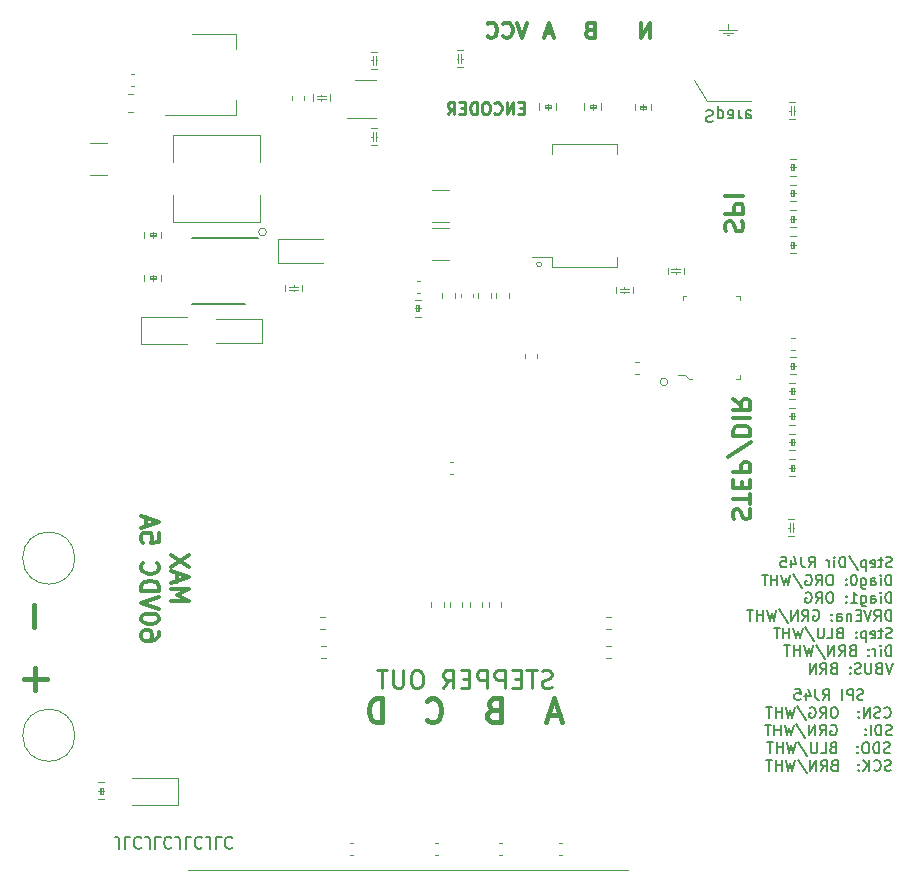
<source format=gbr>
G04 #@! TF.GenerationSoftware,KiCad,Pcbnew,(5.1.8)-1*
G04 #@! TF.CreationDate,2021-01-05T07:53:38+01:00*
G04 #@! TF.ProjectId,TMC51604Axis,544d4335-3136-4303-9441-7869732e6b69,rev?*
G04 #@! TF.SameCoordinates,Original*
G04 #@! TF.FileFunction,Legend,Bot*
G04 #@! TF.FilePolarity,Positive*
%FSLAX46Y46*%
G04 Gerber Fmt 4.6, Leading zero omitted, Abs format (unit mm)*
G04 Created by KiCad (PCBNEW (5.1.8)-1) date 2021-01-05 07:53:38*
%MOMM*%
%LPD*%
G01*
G04 APERTURE LIST*
%ADD10C,0.120000*%
%ADD11C,0.150000*%
%ADD12C,0.400000*%
%ADD13C,0.200000*%
%ADD14C,0.300000*%
%ADD15C,0.250000*%
%ADD16C,0.100000*%
G04 APERTURE END LIST*
D10*
X116403279Y-92913200D02*
G75*
G03*
X116403279Y-92913200I-325279J0D01*
G01*
X82418079Y-80213200D02*
G75*
G03*
X82418079Y-80213200I-325279J0D01*
G01*
X119684800Y-69088000D02*
X118618000Y-67360800D01*
X119735600Y-69088000D02*
X123444000Y-69088000D01*
X121412000Y-63550800D02*
X121615200Y-63550800D01*
X121513600Y-63144400D02*
X121513600Y-62585600D01*
X121107200Y-63347600D02*
X121920000Y-63347600D01*
X120751600Y-63144400D02*
X122224800Y-63144400D01*
D11*
X132962285Y-119792285D02*
X132833714Y-119835142D01*
X132619428Y-119835142D01*
X132533714Y-119792285D01*
X132490857Y-119749428D01*
X132448000Y-119663714D01*
X132448000Y-119578000D01*
X132490857Y-119492285D01*
X132533714Y-119449428D01*
X132619428Y-119406571D01*
X132790857Y-119363714D01*
X132876571Y-119320857D01*
X132919428Y-119278000D01*
X132962285Y-119192285D01*
X132962285Y-119106571D01*
X132919428Y-119020857D01*
X132876571Y-118978000D01*
X132790857Y-118935142D01*
X132576571Y-118935142D01*
X132448000Y-118978000D01*
X132062285Y-119835142D02*
X132062285Y-118935142D01*
X131719428Y-118935142D01*
X131633714Y-118978000D01*
X131590857Y-119020857D01*
X131548000Y-119106571D01*
X131548000Y-119235142D01*
X131590857Y-119320857D01*
X131633714Y-119363714D01*
X131719428Y-119406571D01*
X132062285Y-119406571D01*
X131162285Y-119835142D02*
X131162285Y-118935142D01*
X129533714Y-119835142D02*
X129833714Y-119406571D01*
X130048000Y-119835142D02*
X130048000Y-118935142D01*
X129705142Y-118935142D01*
X129619428Y-118978000D01*
X129576571Y-119020857D01*
X129533714Y-119106571D01*
X129533714Y-119235142D01*
X129576571Y-119320857D01*
X129619428Y-119363714D01*
X129705142Y-119406571D01*
X130048000Y-119406571D01*
X128890857Y-118935142D02*
X128890857Y-119578000D01*
X128933714Y-119706571D01*
X129019428Y-119792285D01*
X129148000Y-119835142D01*
X129233714Y-119835142D01*
X128076571Y-119235142D02*
X128076571Y-119835142D01*
X128290857Y-118892285D02*
X128505142Y-119535142D01*
X127948000Y-119535142D01*
X127176571Y-118935142D02*
X127605142Y-118935142D01*
X127648000Y-119363714D01*
X127605142Y-119320857D01*
X127519428Y-119278000D01*
X127305142Y-119278000D01*
X127219428Y-119320857D01*
X127176571Y-119363714D01*
X127133714Y-119449428D01*
X127133714Y-119663714D01*
X127176571Y-119749428D01*
X127219428Y-119792285D01*
X127305142Y-119835142D01*
X127519428Y-119835142D01*
X127605142Y-119792285D01*
X127648000Y-119749428D01*
X134740857Y-121249428D02*
X134783714Y-121292285D01*
X134912285Y-121335142D01*
X134998000Y-121335142D01*
X135126571Y-121292285D01*
X135212285Y-121206571D01*
X135255142Y-121120857D01*
X135298000Y-120949428D01*
X135298000Y-120820857D01*
X135255142Y-120649428D01*
X135212285Y-120563714D01*
X135126571Y-120478000D01*
X134998000Y-120435142D01*
X134912285Y-120435142D01*
X134783714Y-120478000D01*
X134740857Y-120520857D01*
X134398000Y-121292285D02*
X134269428Y-121335142D01*
X134055142Y-121335142D01*
X133969428Y-121292285D01*
X133926571Y-121249428D01*
X133883714Y-121163714D01*
X133883714Y-121078000D01*
X133926571Y-120992285D01*
X133969428Y-120949428D01*
X134055142Y-120906571D01*
X134226571Y-120863714D01*
X134312285Y-120820857D01*
X134355142Y-120778000D01*
X134398000Y-120692285D01*
X134398000Y-120606571D01*
X134355142Y-120520857D01*
X134312285Y-120478000D01*
X134226571Y-120435142D01*
X134012285Y-120435142D01*
X133883714Y-120478000D01*
X133498000Y-121335142D02*
X133498000Y-120435142D01*
X132983714Y-121335142D01*
X132983714Y-120435142D01*
X132555142Y-121249428D02*
X132512285Y-121292285D01*
X132555142Y-121335142D01*
X132598000Y-121292285D01*
X132555142Y-121249428D01*
X132555142Y-121335142D01*
X132555142Y-120778000D02*
X132512285Y-120820857D01*
X132555142Y-120863714D01*
X132598000Y-120820857D01*
X132555142Y-120778000D01*
X132555142Y-120863714D01*
X130583714Y-120435142D02*
X130412285Y-120435142D01*
X130326571Y-120478000D01*
X130240857Y-120563714D01*
X130198000Y-120735142D01*
X130198000Y-121035142D01*
X130240857Y-121206571D01*
X130326571Y-121292285D01*
X130412285Y-121335142D01*
X130583714Y-121335142D01*
X130669428Y-121292285D01*
X130755142Y-121206571D01*
X130798000Y-121035142D01*
X130798000Y-120735142D01*
X130755142Y-120563714D01*
X130669428Y-120478000D01*
X130583714Y-120435142D01*
X129298000Y-121335142D02*
X129598000Y-120906571D01*
X129812285Y-121335142D02*
X129812285Y-120435142D01*
X129469428Y-120435142D01*
X129383714Y-120478000D01*
X129340857Y-120520857D01*
X129298000Y-120606571D01*
X129298000Y-120735142D01*
X129340857Y-120820857D01*
X129383714Y-120863714D01*
X129469428Y-120906571D01*
X129812285Y-120906571D01*
X128440857Y-120478000D02*
X128526571Y-120435142D01*
X128655142Y-120435142D01*
X128783714Y-120478000D01*
X128869428Y-120563714D01*
X128912285Y-120649428D01*
X128955142Y-120820857D01*
X128955142Y-120949428D01*
X128912285Y-121120857D01*
X128869428Y-121206571D01*
X128783714Y-121292285D01*
X128655142Y-121335142D01*
X128569428Y-121335142D01*
X128440857Y-121292285D01*
X128398000Y-121249428D01*
X128398000Y-120949428D01*
X128569428Y-120949428D01*
X127369428Y-120392285D02*
X128140857Y-121549428D01*
X127155142Y-120435142D02*
X126940857Y-121335142D01*
X126769428Y-120692285D01*
X126598000Y-121335142D01*
X126383714Y-120435142D01*
X126040857Y-121335142D02*
X126040857Y-120435142D01*
X126040857Y-120863714D02*
X125526571Y-120863714D01*
X125526571Y-121335142D02*
X125526571Y-120435142D01*
X125226571Y-120435142D02*
X124712285Y-120435142D01*
X124969428Y-121335142D02*
X124969428Y-120435142D01*
X135383714Y-122792285D02*
X135255142Y-122835142D01*
X135040857Y-122835142D01*
X134955142Y-122792285D01*
X134912285Y-122749428D01*
X134869428Y-122663714D01*
X134869428Y-122578000D01*
X134912285Y-122492285D01*
X134955142Y-122449428D01*
X135040857Y-122406571D01*
X135212285Y-122363714D01*
X135298000Y-122320857D01*
X135340857Y-122278000D01*
X135383714Y-122192285D01*
X135383714Y-122106571D01*
X135340857Y-122020857D01*
X135298000Y-121978000D01*
X135212285Y-121935142D01*
X134998000Y-121935142D01*
X134869428Y-121978000D01*
X134483714Y-122835142D02*
X134483714Y-121935142D01*
X134269428Y-121935142D01*
X134140857Y-121978000D01*
X134055142Y-122063714D01*
X134012285Y-122149428D01*
X133969428Y-122320857D01*
X133969428Y-122449428D01*
X134012285Y-122620857D01*
X134055142Y-122706571D01*
X134140857Y-122792285D01*
X134269428Y-122835142D01*
X134483714Y-122835142D01*
X133583714Y-122835142D02*
X133583714Y-121935142D01*
X133155142Y-122749428D02*
X133112285Y-122792285D01*
X133155142Y-122835142D01*
X133198000Y-122792285D01*
X133155142Y-122749428D01*
X133155142Y-122835142D01*
X133155142Y-122278000D02*
X133112285Y-122320857D01*
X133155142Y-122363714D01*
X133198000Y-122320857D01*
X133155142Y-122278000D01*
X133155142Y-122363714D01*
X130198000Y-121978000D02*
X130283714Y-121935142D01*
X130412285Y-121935142D01*
X130540857Y-121978000D01*
X130626571Y-122063714D01*
X130669428Y-122149428D01*
X130712285Y-122320857D01*
X130712285Y-122449428D01*
X130669428Y-122620857D01*
X130626571Y-122706571D01*
X130540857Y-122792285D01*
X130412285Y-122835142D01*
X130326571Y-122835142D01*
X130198000Y-122792285D01*
X130155142Y-122749428D01*
X130155142Y-122449428D01*
X130326571Y-122449428D01*
X129255142Y-122835142D02*
X129555142Y-122406571D01*
X129769428Y-122835142D02*
X129769428Y-121935142D01*
X129426571Y-121935142D01*
X129340857Y-121978000D01*
X129298000Y-122020857D01*
X129255142Y-122106571D01*
X129255142Y-122235142D01*
X129298000Y-122320857D01*
X129340857Y-122363714D01*
X129426571Y-122406571D01*
X129769428Y-122406571D01*
X128869428Y-122835142D02*
X128869428Y-121935142D01*
X128355142Y-122835142D01*
X128355142Y-121935142D01*
X127283714Y-121892285D02*
X128055142Y-123049428D01*
X127069428Y-121935142D02*
X126855142Y-122835142D01*
X126683714Y-122192285D01*
X126512285Y-122835142D01*
X126298000Y-121935142D01*
X125955142Y-122835142D02*
X125955142Y-121935142D01*
X125955142Y-122363714D02*
X125440857Y-122363714D01*
X125440857Y-122835142D02*
X125440857Y-121935142D01*
X125140857Y-121935142D02*
X124626571Y-121935142D01*
X124883714Y-122835142D02*
X124883714Y-121935142D01*
X135212285Y-124292285D02*
X135083714Y-124335142D01*
X134869428Y-124335142D01*
X134783714Y-124292285D01*
X134740857Y-124249428D01*
X134698000Y-124163714D01*
X134698000Y-124078000D01*
X134740857Y-123992285D01*
X134783714Y-123949428D01*
X134869428Y-123906571D01*
X135040857Y-123863714D01*
X135126571Y-123820857D01*
X135169428Y-123778000D01*
X135212285Y-123692285D01*
X135212285Y-123606571D01*
X135169428Y-123520857D01*
X135126571Y-123478000D01*
X135040857Y-123435142D01*
X134826571Y-123435142D01*
X134698000Y-123478000D01*
X134312285Y-124335142D02*
X134312285Y-123435142D01*
X134098000Y-123435142D01*
X133969428Y-123478000D01*
X133883714Y-123563714D01*
X133840857Y-123649428D01*
X133798000Y-123820857D01*
X133798000Y-123949428D01*
X133840857Y-124120857D01*
X133883714Y-124206571D01*
X133969428Y-124292285D01*
X134098000Y-124335142D01*
X134312285Y-124335142D01*
X133240857Y-123435142D02*
X133069428Y-123435142D01*
X132983714Y-123478000D01*
X132898000Y-123563714D01*
X132855142Y-123735142D01*
X132855142Y-124035142D01*
X132898000Y-124206571D01*
X132983714Y-124292285D01*
X133069428Y-124335142D01*
X133240857Y-124335142D01*
X133326571Y-124292285D01*
X133412285Y-124206571D01*
X133455142Y-124035142D01*
X133455142Y-123735142D01*
X133412285Y-123563714D01*
X133326571Y-123478000D01*
X133240857Y-123435142D01*
X132469428Y-124249428D02*
X132426571Y-124292285D01*
X132469428Y-124335142D01*
X132512285Y-124292285D01*
X132469428Y-124249428D01*
X132469428Y-124335142D01*
X132469428Y-123778000D02*
X132426571Y-123820857D01*
X132469428Y-123863714D01*
X132512285Y-123820857D01*
X132469428Y-123778000D01*
X132469428Y-123863714D01*
X130369428Y-123863714D02*
X130240857Y-123906571D01*
X130198000Y-123949428D01*
X130155142Y-124035142D01*
X130155142Y-124163714D01*
X130198000Y-124249428D01*
X130240857Y-124292285D01*
X130326571Y-124335142D01*
X130669428Y-124335142D01*
X130669428Y-123435142D01*
X130369428Y-123435142D01*
X130283714Y-123478000D01*
X130240857Y-123520857D01*
X130198000Y-123606571D01*
X130198000Y-123692285D01*
X130240857Y-123778000D01*
X130283714Y-123820857D01*
X130369428Y-123863714D01*
X130669428Y-123863714D01*
X129340857Y-124335142D02*
X129769428Y-124335142D01*
X129769428Y-123435142D01*
X129040857Y-123435142D02*
X129040857Y-124163714D01*
X128998000Y-124249428D01*
X128955142Y-124292285D01*
X128869428Y-124335142D01*
X128698000Y-124335142D01*
X128612285Y-124292285D01*
X128569428Y-124249428D01*
X128526571Y-124163714D01*
X128526571Y-123435142D01*
X127455142Y-123392285D02*
X128226571Y-124549428D01*
X127240857Y-123435142D02*
X127026571Y-124335142D01*
X126855142Y-123692285D01*
X126683714Y-124335142D01*
X126469428Y-123435142D01*
X126126571Y-124335142D02*
X126126571Y-123435142D01*
X126126571Y-123863714D02*
X125612285Y-123863714D01*
X125612285Y-124335142D02*
X125612285Y-123435142D01*
X125312285Y-123435142D02*
X124798000Y-123435142D01*
X125055142Y-124335142D02*
X125055142Y-123435142D01*
X135276571Y-125792285D02*
X135148000Y-125835142D01*
X134933714Y-125835142D01*
X134848000Y-125792285D01*
X134805142Y-125749428D01*
X134762285Y-125663714D01*
X134762285Y-125578000D01*
X134805142Y-125492285D01*
X134848000Y-125449428D01*
X134933714Y-125406571D01*
X135105142Y-125363714D01*
X135190857Y-125320857D01*
X135233714Y-125278000D01*
X135276571Y-125192285D01*
X135276571Y-125106571D01*
X135233714Y-125020857D01*
X135190857Y-124978000D01*
X135105142Y-124935142D01*
X134890857Y-124935142D01*
X134762285Y-124978000D01*
X133862285Y-125749428D02*
X133905142Y-125792285D01*
X134033714Y-125835142D01*
X134119428Y-125835142D01*
X134248000Y-125792285D01*
X134333714Y-125706571D01*
X134376571Y-125620857D01*
X134419428Y-125449428D01*
X134419428Y-125320857D01*
X134376571Y-125149428D01*
X134333714Y-125063714D01*
X134248000Y-124978000D01*
X134119428Y-124935142D01*
X134033714Y-124935142D01*
X133905142Y-124978000D01*
X133862285Y-125020857D01*
X133476571Y-125835142D02*
X133476571Y-124935142D01*
X132962285Y-125835142D02*
X133348000Y-125320857D01*
X132962285Y-124935142D02*
X133476571Y-125449428D01*
X132576571Y-125749428D02*
X132533714Y-125792285D01*
X132576571Y-125835142D01*
X132619428Y-125792285D01*
X132576571Y-125749428D01*
X132576571Y-125835142D01*
X132576571Y-125278000D02*
X132533714Y-125320857D01*
X132576571Y-125363714D01*
X132619428Y-125320857D01*
X132576571Y-125278000D01*
X132576571Y-125363714D01*
X130476571Y-125363714D02*
X130348000Y-125406571D01*
X130305142Y-125449428D01*
X130262285Y-125535142D01*
X130262285Y-125663714D01*
X130305142Y-125749428D01*
X130348000Y-125792285D01*
X130433714Y-125835142D01*
X130776571Y-125835142D01*
X130776571Y-124935142D01*
X130476571Y-124935142D01*
X130390857Y-124978000D01*
X130348000Y-125020857D01*
X130305142Y-125106571D01*
X130305142Y-125192285D01*
X130348000Y-125278000D01*
X130390857Y-125320857D01*
X130476571Y-125363714D01*
X130776571Y-125363714D01*
X129362285Y-125835142D02*
X129662285Y-125406571D01*
X129876571Y-125835142D02*
X129876571Y-124935142D01*
X129533714Y-124935142D01*
X129448000Y-124978000D01*
X129405142Y-125020857D01*
X129362285Y-125106571D01*
X129362285Y-125235142D01*
X129405142Y-125320857D01*
X129448000Y-125363714D01*
X129533714Y-125406571D01*
X129876571Y-125406571D01*
X128976571Y-125835142D02*
X128976571Y-124935142D01*
X128462285Y-125835142D01*
X128462285Y-124935142D01*
X127390857Y-124892285D02*
X128162285Y-126049428D01*
X127176571Y-124935142D02*
X126962285Y-125835142D01*
X126790857Y-125192285D01*
X126619428Y-125835142D01*
X126405142Y-124935142D01*
X126062285Y-125835142D02*
X126062285Y-124935142D01*
X126062285Y-125363714D02*
X125548000Y-125363714D01*
X125548000Y-125835142D02*
X125548000Y-124935142D01*
X125248000Y-124935142D02*
X124733714Y-124935142D01*
X124990857Y-125835142D02*
X124990857Y-124935142D01*
X135361214Y-108576785D02*
X135232643Y-108619642D01*
X135018357Y-108619642D01*
X134932643Y-108576785D01*
X134889785Y-108533928D01*
X134846928Y-108448214D01*
X134846928Y-108362500D01*
X134889785Y-108276785D01*
X134932643Y-108233928D01*
X135018357Y-108191071D01*
X135189785Y-108148214D01*
X135275500Y-108105357D01*
X135318357Y-108062500D01*
X135361214Y-107976785D01*
X135361214Y-107891071D01*
X135318357Y-107805357D01*
X135275500Y-107762500D01*
X135189785Y-107719642D01*
X134975500Y-107719642D01*
X134846928Y-107762500D01*
X134589785Y-108019642D02*
X134246928Y-108019642D01*
X134461214Y-107719642D02*
X134461214Y-108491071D01*
X134418357Y-108576785D01*
X134332643Y-108619642D01*
X134246928Y-108619642D01*
X133604071Y-108576785D02*
X133689785Y-108619642D01*
X133861214Y-108619642D01*
X133946928Y-108576785D01*
X133989785Y-108491071D01*
X133989785Y-108148214D01*
X133946928Y-108062500D01*
X133861214Y-108019642D01*
X133689785Y-108019642D01*
X133604071Y-108062500D01*
X133561214Y-108148214D01*
X133561214Y-108233928D01*
X133989785Y-108319642D01*
X133175500Y-108019642D02*
X133175500Y-108919642D01*
X133175500Y-108062500D02*
X133089785Y-108019642D01*
X132918357Y-108019642D01*
X132832643Y-108062500D01*
X132789785Y-108105357D01*
X132746928Y-108191071D01*
X132746928Y-108448214D01*
X132789785Y-108533928D01*
X132832643Y-108576785D01*
X132918357Y-108619642D01*
X133089785Y-108619642D01*
X133175500Y-108576785D01*
X131718357Y-107676785D02*
X132489785Y-108833928D01*
X131418357Y-108619642D02*
X131418357Y-107719642D01*
X131204071Y-107719642D01*
X131075500Y-107762500D01*
X130989785Y-107848214D01*
X130946928Y-107933928D01*
X130904071Y-108105357D01*
X130904071Y-108233928D01*
X130946928Y-108405357D01*
X130989785Y-108491071D01*
X131075500Y-108576785D01*
X131204071Y-108619642D01*
X131418357Y-108619642D01*
X130518357Y-108619642D02*
X130518357Y-108019642D01*
X130518357Y-107719642D02*
X130561214Y-107762500D01*
X130518357Y-107805357D01*
X130475500Y-107762500D01*
X130518357Y-107719642D01*
X130518357Y-107805357D01*
X130089785Y-108619642D02*
X130089785Y-108019642D01*
X130089785Y-108191071D02*
X130046928Y-108105357D01*
X130004071Y-108062500D01*
X129918357Y-108019642D01*
X129832643Y-108019642D01*
X128332643Y-108619642D02*
X128632643Y-108191071D01*
X128846928Y-108619642D02*
X128846928Y-107719642D01*
X128504071Y-107719642D01*
X128418357Y-107762500D01*
X128375500Y-107805357D01*
X128332643Y-107891071D01*
X128332643Y-108019642D01*
X128375500Y-108105357D01*
X128418357Y-108148214D01*
X128504071Y-108191071D01*
X128846928Y-108191071D01*
X127689785Y-107719642D02*
X127689785Y-108362500D01*
X127732643Y-108491071D01*
X127818357Y-108576785D01*
X127946928Y-108619642D01*
X128032643Y-108619642D01*
X126875500Y-108019642D02*
X126875500Y-108619642D01*
X127089785Y-107676785D02*
X127304071Y-108319642D01*
X126746928Y-108319642D01*
X125975500Y-107719642D02*
X126404071Y-107719642D01*
X126446928Y-108148214D01*
X126404071Y-108105357D01*
X126318357Y-108062500D01*
X126104071Y-108062500D01*
X126018357Y-108105357D01*
X125975500Y-108148214D01*
X125932643Y-108233928D01*
X125932643Y-108448214D01*
X125975500Y-108533928D01*
X126018357Y-108576785D01*
X126104071Y-108619642D01*
X126318357Y-108619642D01*
X126404071Y-108576785D01*
X126446928Y-108533928D01*
X135318357Y-110119642D02*
X135318357Y-109219642D01*
X135104071Y-109219642D01*
X134975500Y-109262500D01*
X134889785Y-109348214D01*
X134846928Y-109433928D01*
X134804071Y-109605357D01*
X134804071Y-109733928D01*
X134846928Y-109905357D01*
X134889785Y-109991071D01*
X134975500Y-110076785D01*
X135104071Y-110119642D01*
X135318357Y-110119642D01*
X134418357Y-110119642D02*
X134418357Y-109519642D01*
X134418357Y-109219642D02*
X134461214Y-109262500D01*
X134418357Y-109305357D01*
X134375500Y-109262500D01*
X134418357Y-109219642D01*
X134418357Y-109305357D01*
X133604071Y-110119642D02*
X133604071Y-109648214D01*
X133646928Y-109562500D01*
X133732643Y-109519642D01*
X133904071Y-109519642D01*
X133989785Y-109562500D01*
X133604071Y-110076785D02*
X133689785Y-110119642D01*
X133904071Y-110119642D01*
X133989785Y-110076785D01*
X134032643Y-109991071D01*
X134032643Y-109905357D01*
X133989785Y-109819642D01*
X133904071Y-109776785D01*
X133689785Y-109776785D01*
X133604071Y-109733928D01*
X132789785Y-109519642D02*
X132789785Y-110248214D01*
X132832643Y-110333928D01*
X132875500Y-110376785D01*
X132961214Y-110419642D01*
X133089785Y-110419642D01*
X133175500Y-110376785D01*
X132789785Y-110076785D02*
X132875500Y-110119642D01*
X133046928Y-110119642D01*
X133132643Y-110076785D01*
X133175500Y-110033928D01*
X133218357Y-109948214D01*
X133218357Y-109691071D01*
X133175500Y-109605357D01*
X133132643Y-109562500D01*
X133046928Y-109519642D01*
X132875500Y-109519642D01*
X132789785Y-109562500D01*
X132189785Y-109219642D02*
X132104071Y-109219642D01*
X132018357Y-109262500D01*
X131975500Y-109305357D01*
X131932643Y-109391071D01*
X131889785Y-109562500D01*
X131889785Y-109776785D01*
X131932643Y-109948214D01*
X131975500Y-110033928D01*
X132018357Y-110076785D01*
X132104071Y-110119642D01*
X132189785Y-110119642D01*
X132275500Y-110076785D01*
X132318357Y-110033928D01*
X132361214Y-109948214D01*
X132404071Y-109776785D01*
X132404071Y-109562500D01*
X132361214Y-109391071D01*
X132318357Y-109305357D01*
X132275500Y-109262500D01*
X132189785Y-109219642D01*
X131504071Y-110033928D02*
X131461214Y-110076785D01*
X131504071Y-110119642D01*
X131546928Y-110076785D01*
X131504071Y-110033928D01*
X131504071Y-110119642D01*
X131504071Y-109562500D02*
X131461214Y-109605357D01*
X131504071Y-109648214D01*
X131546928Y-109605357D01*
X131504071Y-109562500D01*
X131504071Y-109648214D01*
X130218357Y-109219642D02*
X130046928Y-109219642D01*
X129961214Y-109262500D01*
X129875500Y-109348214D01*
X129832643Y-109519642D01*
X129832643Y-109819642D01*
X129875500Y-109991071D01*
X129961214Y-110076785D01*
X130046928Y-110119642D01*
X130218357Y-110119642D01*
X130304071Y-110076785D01*
X130389785Y-109991071D01*
X130432643Y-109819642D01*
X130432643Y-109519642D01*
X130389785Y-109348214D01*
X130304071Y-109262500D01*
X130218357Y-109219642D01*
X128932643Y-110119642D02*
X129232643Y-109691071D01*
X129446928Y-110119642D02*
X129446928Y-109219642D01*
X129104071Y-109219642D01*
X129018357Y-109262500D01*
X128975500Y-109305357D01*
X128932643Y-109391071D01*
X128932643Y-109519642D01*
X128975500Y-109605357D01*
X129018357Y-109648214D01*
X129104071Y-109691071D01*
X129446928Y-109691071D01*
X128075500Y-109262500D02*
X128161214Y-109219642D01*
X128289785Y-109219642D01*
X128418357Y-109262500D01*
X128504071Y-109348214D01*
X128546928Y-109433928D01*
X128589785Y-109605357D01*
X128589785Y-109733928D01*
X128546928Y-109905357D01*
X128504071Y-109991071D01*
X128418357Y-110076785D01*
X128289785Y-110119642D01*
X128204071Y-110119642D01*
X128075500Y-110076785D01*
X128032643Y-110033928D01*
X128032643Y-109733928D01*
X128204071Y-109733928D01*
X127004071Y-109176785D02*
X127775500Y-110333928D01*
X126789785Y-109219642D02*
X126575500Y-110119642D01*
X126404071Y-109476785D01*
X126232643Y-110119642D01*
X126018357Y-109219642D01*
X125675500Y-110119642D02*
X125675500Y-109219642D01*
X125675500Y-109648214D02*
X125161214Y-109648214D01*
X125161214Y-110119642D02*
X125161214Y-109219642D01*
X124861214Y-109219642D02*
X124346928Y-109219642D01*
X124604071Y-110119642D02*
X124604071Y-109219642D01*
X135318357Y-111619642D02*
X135318357Y-110719642D01*
X135104071Y-110719642D01*
X134975500Y-110762500D01*
X134889785Y-110848214D01*
X134846928Y-110933928D01*
X134804071Y-111105357D01*
X134804071Y-111233928D01*
X134846928Y-111405357D01*
X134889785Y-111491071D01*
X134975500Y-111576785D01*
X135104071Y-111619642D01*
X135318357Y-111619642D01*
X134418357Y-111619642D02*
X134418357Y-111019642D01*
X134418357Y-110719642D02*
X134461214Y-110762500D01*
X134418357Y-110805357D01*
X134375500Y-110762500D01*
X134418357Y-110719642D01*
X134418357Y-110805357D01*
X133604071Y-111619642D02*
X133604071Y-111148214D01*
X133646928Y-111062500D01*
X133732643Y-111019642D01*
X133904071Y-111019642D01*
X133989785Y-111062500D01*
X133604071Y-111576785D02*
X133689785Y-111619642D01*
X133904071Y-111619642D01*
X133989785Y-111576785D01*
X134032643Y-111491071D01*
X134032643Y-111405357D01*
X133989785Y-111319642D01*
X133904071Y-111276785D01*
X133689785Y-111276785D01*
X133604071Y-111233928D01*
X132789785Y-111019642D02*
X132789785Y-111748214D01*
X132832643Y-111833928D01*
X132875500Y-111876785D01*
X132961214Y-111919642D01*
X133089785Y-111919642D01*
X133175500Y-111876785D01*
X132789785Y-111576785D02*
X132875500Y-111619642D01*
X133046928Y-111619642D01*
X133132643Y-111576785D01*
X133175500Y-111533928D01*
X133218357Y-111448214D01*
X133218357Y-111191071D01*
X133175500Y-111105357D01*
X133132643Y-111062500D01*
X133046928Y-111019642D01*
X132875500Y-111019642D01*
X132789785Y-111062500D01*
X131889785Y-111619642D02*
X132404071Y-111619642D01*
X132146928Y-111619642D02*
X132146928Y-110719642D01*
X132232643Y-110848214D01*
X132318357Y-110933928D01*
X132404071Y-110976785D01*
X131504071Y-111533928D02*
X131461214Y-111576785D01*
X131504071Y-111619642D01*
X131546928Y-111576785D01*
X131504071Y-111533928D01*
X131504071Y-111619642D01*
X131504071Y-111062500D02*
X131461214Y-111105357D01*
X131504071Y-111148214D01*
X131546928Y-111105357D01*
X131504071Y-111062500D01*
X131504071Y-111148214D01*
X130218357Y-110719642D02*
X130046928Y-110719642D01*
X129961214Y-110762500D01*
X129875500Y-110848214D01*
X129832643Y-111019642D01*
X129832643Y-111319642D01*
X129875500Y-111491071D01*
X129961214Y-111576785D01*
X130046928Y-111619642D01*
X130218357Y-111619642D01*
X130304071Y-111576785D01*
X130389785Y-111491071D01*
X130432643Y-111319642D01*
X130432643Y-111019642D01*
X130389785Y-110848214D01*
X130304071Y-110762500D01*
X130218357Y-110719642D01*
X128932643Y-111619642D02*
X129232643Y-111191071D01*
X129446928Y-111619642D02*
X129446928Y-110719642D01*
X129104071Y-110719642D01*
X129018357Y-110762500D01*
X128975500Y-110805357D01*
X128932643Y-110891071D01*
X128932643Y-111019642D01*
X128975500Y-111105357D01*
X129018357Y-111148214D01*
X129104071Y-111191071D01*
X129446928Y-111191071D01*
X128075500Y-110762500D02*
X128161214Y-110719642D01*
X128289785Y-110719642D01*
X128418357Y-110762500D01*
X128504071Y-110848214D01*
X128546928Y-110933928D01*
X128589785Y-111105357D01*
X128589785Y-111233928D01*
X128546928Y-111405357D01*
X128504071Y-111491071D01*
X128418357Y-111576785D01*
X128289785Y-111619642D01*
X128204071Y-111619642D01*
X128075500Y-111576785D01*
X128032643Y-111533928D01*
X128032643Y-111233928D01*
X128204071Y-111233928D01*
X135318357Y-113119642D02*
X135318357Y-112219642D01*
X135104071Y-112219642D01*
X134975500Y-112262500D01*
X134889785Y-112348214D01*
X134846928Y-112433928D01*
X134804071Y-112605357D01*
X134804071Y-112733928D01*
X134846928Y-112905357D01*
X134889785Y-112991071D01*
X134975500Y-113076785D01*
X135104071Y-113119642D01*
X135318357Y-113119642D01*
X133904071Y-113119642D02*
X134204071Y-112691071D01*
X134418357Y-113119642D02*
X134418357Y-112219642D01*
X134075500Y-112219642D01*
X133989785Y-112262500D01*
X133946928Y-112305357D01*
X133904071Y-112391071D01*
X133904071Y-112519642D01*
X133946928Y-112605357D01*
X133989785Y-112648214D01*
X134075500Y-112691071D01*
X134418357Y-112691071D01*
X133646928Y-112219642D02*
X133346928Y-113119642D01*
X133046928Y-112219642D01*
X132746928Y-112648214D02*
X132446928Y-112648214D01*
X132318357Y-113119642D02*
X132746928Y-113119642D01*
X132746928Y-112219642D01*
X132318357Y-112219642D01*
X131932643Y-112519642D02*
X131932643Y-113119642D01*
X131932643Y-112605357D02*
X131889785Y-112562500D01*
X131804071Y-112519642D01*
X131675500Y-112519642D01*
X131589785Y-112562500D01*
X131546928Y-112648214D01*
X131546928Y-113119642D01*
X130732643Y-113119642D02*
X130732643Y-112648214D01*
X130775500Y-112562500D01*
X130861214Y-112519642D01*
X131032643Y-112519642D01*
X131118357Y-112562500D01*
X130732643Y-113076785D02*
X130818357Y-113119642D01*
X131032643Y-113119642D01*
X131118357Y-113076785D01*
X131161214Y-112991071D01*
X131161214Y-112905357D01*
X131118357Y-112819642D01*
X131032643Y-112776785D01*
X130818357Y-112776785D01*
X130732643Y-112733928D01*
X130304071Y-113033928D02*
X130261214Y-113076785D01*
X130304071Y-113119642D01*
X130346928Y-113076785D01*
X130304071Y-113033928D01*
X130304071Y-113119642D01*
X130304071Y-112562500D02*
X130261214Y-112605357D01*
X130304071Y-112648214D01*
X130346928Y-112605357D01*
X130304071Y-112562500D01*
X130304071Y-112648214D01*
X128718357Y-112262500D02*
X128804071Y-112219642D01*
X128932643Y-112219642D01*
X129061214Y-112262500D01*
X129146928Y-112348214D01*
X129189785Y-112433928D01*
X129232643Y-112605357D01*
X129232643Y-112733928D01*
X129189785Y-112905357D01*
X129146928Y-112991071D01*
X129061214Y-113076785D01*
X128932643Y-113119642D01*
X128846928Y-113119642D01*
X128718357Y-113076785D01*
X128675500Y-113033928D01*
X128675500Y-112733928D01*
X128846928Y-112733928D01*
X127775500Y-113119642D02*
X128075500Y-112691071D01*
X128289785Y-113119642D02*
X128289785Y-112219642D01*
X127946928Y-112219642D01*
X127861214Y-112262500D01*
X127818357Y-112305357D01*
X127775500Y-112391071D01*
X127775500Y-112519642D01*
X127818357Y-112605357D01*
X127861214Y-112648214D01*
X127946928Y-112691071D01*
X128289785Y-112691071D01*
X127389785Y-113119642D02*
X127389785Y-112219642D01*
X126875500Y-113119642D01*
X126875500Y-112219642D01*
X125804071Y-112176785D02*
X126575500Y-113333928D01*
X125589785Y-112219642D02*
X125375500Y-113119642D01*
X125204071Y-112476785D01*
X125032643Y-113119642D01*
X124818357Y-112219642D01*
X124475500Y-113119642D02*
X124475500Y-112219642D01*
X124475500Y-112648214D02*
X123961214Y-112648214D01*
X123961214Y-113119642D02*
X123961214Y-112219642D01*
X123661214Y-112219642D02*
X123146928Y-112219642D01*
X123404071Y-113119642D02*
X123404071Y-112219642D01*
X135361214Y-114576785D02*
X135232643Y-114619642D01*
X135018357Y-114619642D01*
X134932643Y-114576785D01*
X134889785Y-114533928D01*
X134846928Y-114448214D01*
X134846928Y-114362500D01*
X134889785Y-114276785D01*
X134932643Y-114233928D01*
X135018357Y-114191071D01*
X135189785Y-114148214D01*
X135275500Y-114105357D01*
X135318357Y-114062500D01*
X135361214Y-113976785D01*
X135361214Y-113891071D01*
X135318357Y-113805357D01*
X135275500Y-113762500D01*
X135189785Y-113719642D01*
X134975500Y-113719642D01*
X134846928Y-113762500D01*
X134589785Y-114019642D02*
X134246928Y-114019642D01*
X134461214Y-113719642D02*
X134461214Y-114491071D01*
X134418357Y-114576785D01*
X134332643Y-114619642D01*
X134246928Y-114619642D01*
X133604071Y-114576785D02*
X133689785Y-114619642D01*
X133861214Y-114619642D01*
X133946928Y-114576785D01*
X133989785Y-114491071D01*
X133989785Y-114148214D01*
X133946928Y-114062500D01*
X133861214Y-114019642D01*
X133689785Y-114019642D01*
X133604071Y-114062500D01*
X133561214Y-114148214D01*
X133561214Y-114233928D01*
X133989785Y-114319642D01*
X133175500Y-114019642D02*
X133175500Y-114919642D01*
X133175500Y-114062500D02*
X133089785Y-114019642D01*
X132918357Y-114019642D01*
X132832643Y-114062500D01*
X132789785Y-114105357D01*
X132746928Y-114191071D01*
X132746928Y-114448214D01*
X132789785Y-114533928D01*
X132832643Y-114576785D01*
X132918357Y-114619642D01*
X133089785Y-114619642D01*
X133175500Y-114576785D01*
X132361214Y-114533928D02*
X132318357Y-114576785D01*
X132361214Y-114619642D01*
X132404071Y-114576785D01*
X132361214Y-114533928D01*
X132361214Y-114619642D01*
X132361214Y-114062500D02*
X132318357Y-114105357D01*
X132361214Y-114148214D01*
X132404071Y-114105357D01*
X132361214Y-114062500D01*
X132361214Y-114148214D01*
X130946928Y-114148214D02*
X130818357Y-114191071D01*
X130775500Y-114233928D01*
X130732643Y-114319642D01*
X130732643Y-114448214D01*
X130775500Y-114533928D01*
X130818357Y-114576785D01*
X130904071Y-114619642D01*
X131246928Y-114619642D01*
X131246928Y-113719642D01*
X130946928Y-113719642D01*
X130861214Y-113762500D01*
X130818357Y-113805357D01*
X130775500Y-113891071D01*
X130775500Y-113976785D01*
X130818357Y-114062500D01*
X130861214Y-114105357D01*
X130946928Y-114148214D01*
X131246928Y-114148214D01*
X129918357Y-114619642D02*
X130346928Y-114619642D01*
X130346928Y-113719642D01*
X129618357Y-113719642D02*
X129618357Y-114448214D01*
X129575500Y-114533928D01*
X129532643Y-114576785D01*
X129446928Y-114619642D01*
X129275500Y-114619642D01*
X129189785Y-114576785D01*
X129146928Y-114533928D01*
X129104071Y-114448214D01*
X129104071Y-113719642D01*
X128032643Y-113676785D02*
X128804071Y-114833928D01*
X127818357Y-113719642D02*
X127604071Y-114619642D01*
X127432643Y-113976785D01*
X127261214Y-114619642D01*
X127046928Y-113719642D01*
X126704071Y-114619642D02*
X126704071Y-113719642D01*
X126704071Y-114148214D02*
X126189785Y-114148214D01*
X126189785Y-114619642D02*
X126189785Y-113719642D01*
X125889785Y-113719642D02*
X125375500Y-113719642D01*
X125632643Y-114619642D02*
X125632643Y-113719642D01*
X135318357Y-116119642D02*
X135318357Y-115219642D01*
X135104071Y-115219642D01*
X134975500Y-115262500D01*
X134889785Y-115348214D01*
X134846928Y-115433928D01*
X134804071Y-115605357D01*
X134804071Y-115733928D01*
X134846928Y-115905357D01*
X134889785Y-115991071D01*
X134975500Y-116076785D01*
X135104071Y-116119642D01*
X135318357Y-116119642D01*
X134418357Y-116119642D02*
X134418357Y-115519642D01*
X134418357Y-115219642D02*
X134461214Y-115262500D01*
X134418357Y-115305357D01*
X134375500Y-115262500D01*
X134418357Y-115219642D01*
X134418357Y-115305357D01*
X133989785Y-116119642D02*
X133989785Y-115519642D01*
X133989785Y-115691071D02*
X133946928Y-115605357D01*
X133904071Y-115562500D01*
X133818357Y-115519642D01*
X133732643Y-115519642D01*
X133432643Y-116033928D02*
X133389785Y-116076785D01*
X133432643Y-116119642D01*
X133475500Y-116076785D01*
X133432643Y-116033928D01*
X133432643Y-116119642D01*
X133432643Y-115562500D02*
X133389785Y-115605357D01*
X133432643Y-115648214D01*
X133475500Y-115605357D01*
X133432643Y-115562500D01*
X133432643Y-115648214D01*
X132018357Y-115648214D02*
X131889785Y-115691071D01*
X131846928Y-115733928D01*
X131804071Y-115819642D01*
X131804071Y-115948214D01*
X131846928Y-116033928D01*
X131889785Y-116076785D01*
X131975500Y-116119642D01*
X132318357Y-116119642D01*
X132318357Y-115219642D01*
X132018357Y-115219642D01*
X131932643Y-115262500D01*
X131889785Y-115305357D01*
X131846928Y-115391071D01*
X131846928Y-115476785D01*
X131889785Y-115562500D01*
X131932643Y-115605357D01*
X132018357Y-115648214D01*
X132318357Y-115648214D01*
X130904071Y-116119642D02*
X131204071Y-115691071D01*
X131418357Y-116119642D02*
X131418357Y-115219642D01*
X131075500Y-115219642D01*
X130989785Y-115262500D01*
X130946928Y-115305357D01*
X130904071Y-115391071D01*
X130904071Y-115519642D01*
X130946928Y-115605357D01*
X130989785Y-115648214D01*
X131075500Y-115691071D01*
X131418357Y-115691071D01*
X130518357Y-116119642D02*
X130518357Y-115219642D01*
X130004071Y-116119642D01*
X130004071Y-115219642D01*
X128932643Y-115176785D02*
X129704071Y-116333928D01*
X128718357Y-115219642D02*
X128504071Y-116119642D01*
X128332643Y-115476785D01*
X128161214Y-116119642D01*
X127946928Y-115219642D01*
X127604071Y-116119642D02*
X127604071Y-115219642D01*
X127604071Y-115648214D02*
X127089785Y-115648214D01*
X127089785Y-116119642D02*
X127089785Y-115219642D01*
X126789785Y-115219642D02*
X126275500Y-115219642D01*
X126532643Y-116119642D02*
X126532643Y-115219642D01*
X135446928Y-116719642D02*
X135146928Y-117619642D01*
X134846928Y-116719642D01*
X134246928Y-117148214D02*
X134118357Y-117191071D01*
X134075500Y-117233928D01*
X134032643Y-117319642D01*
X134032643Y-117448214D01*
X134075500Y-117533928D01*
X134118357Y-117576785D01*
X134204071Y-117619642D01*
X134546928Y-117619642D01*
X134546928Y-116719642D01*
X134246928Y-116719642D01*
X134161214Y-116762500D01*
X134118357Y-116805357D01*
X134075500Y-116891071D01*
X134075500Y-116976785D01*
X134118357Y-117062500D01*
X134161214Y-117105357D01*
X134246928Y-117148214D01*
X134546928Y-117148214D01*
X133646928Y-116719642D02*
X133646928Y-117448214D01*
X133604071Y-117533928D01*
X133561214Y-117576785D01*
X133475500Y-117619642D01*
X133304071Y-117619642D01*
X133218357Y-117576785D01*
X133175500Y-117533928D01*
X133132643Y-117448214D01*
X133132643Y-116719642D01*
X132746928Y-117576785D02*
X132618357Y-117619642D01*
X132404071Y-117619642D01*
X132318357Y-117576785D01*
X132275500Y-117533928D01*
X132232643Y-117448214D01*
X132232643Y-117362500D01*
X132275500Y-117276785D01*
X132318357Y-117233928D01*
X132404071Y-117191071D01*
X132575500Y-117148214D01*
X132661214Y-117105357D01*
X132704071Y-117062500D01*
X132746928Y-116976785D01*
X132746928Y-116891071D01*
X132704071Y-116805357D01*
X132661214Y-116762500D01*
X132575500Y-116719642D01*
X132361214Y-116719642D01*
X132232643Y-116762500D01*
X131846928Y-117533928D02*
X131804071Y-117576785D01*
X131846928Y-117619642D01*
X131889785Y-117576785D01*
X131846928Y-117533928D01*
X131846928Y-117619642D01*
X131846928Y-117062500D02*
X131804071Y-117105357D01*
X131846928Y-117148214D01*
X131889785Y-117105357D01*
X131846928Y-117062500D01*
X131846928Y-117148214D01*
X130432643Y-117148214D02*
X130304071Y-117191071D01*
X130261214Y-117233928D01*
X130218357Y-117319642D01*
X130218357Y-117448214D01*
X130261214Y-117533928D01*
X130304071Y-117576785D01*
X130389785Y-117619642D01*
X130732643Y-117619642D01*
X130732643Y-116719642D01*
X130432643Y-116719642D01*
X130346928Y-116762500D01*
X130304071Y-116805357D01*
X130261214Y-116891071D01*
X130261214Y-116976785D01*
X130304071Y-117062500D01*
X130346928Y-117105357D01*
X130432643Y-117148214D01*
X130732643Y-117148214D01*
X129318357Y-117619642D02*
X129618357Y-117191071D01*
X129832643Y-117619642D02*
X129832643Y-116719642D01*
X129489785Y-116719642D01*
X129404071Y-116762500D01*
X129361214Y-116805357D01*
X129318357Y-116891071D01*
X129318357Y-117019642D01*
X129361214Y-117105357D01*
X129404071Y-117148214D01*
X129489785Y-117191071D01*
X129832643Y-117191071D01*
X128932643Y-117619642D02*
X128932643Y-116719642D01*
X128418357Y-117619642D01*
X128418357Y-116719642D01*
D10*
X105721054Y-82956400D02*
G75*
G03*
X105721054Y-82956400I-209454J0D01*
G01*
D12*
X62711828Y-113677580D02*
X62711828Y-111772819D01*
X62865771Y-117106819D02*
X62865771Y-119011580D01*
X63818152Y-118059200D02*
X61913390Y-118059200D01*
D10*
X113030000Y-134239000D02*
X75819000Y-134239000D01*
D13*
X119635828Y-69953238D02*
X119778685Y-69905619D01*
X120016780Y-69905619D01*
X120112019Y-69953238D01*
X120159638Y-70000857D01*
X120207257Y-70096095D01*
X120207257Y-70191333D01*
X120159638Y-70286571D01*
X120112019Y-70334190D01*
X120016780Y-70381809D01*
X119826304Y-70429428D01*
X119731066Y-70477047D01*
X119683447Y-70524666D01*
X119635828Y-70619904D01*
X119635828Y-70715142D01*
X119683447Y-70810380D01*
X119731066Y-70858000D01*
X119826304Y-70905619D01*
X120064400Y-70905619D01*
X120207257Y-70858000D01*
X120635828Y-70572285D02*
X120635828Y-69572285D01*
X120635828Y-70524666D02*
X120731066Y-70572285D01*
X120921542Y-70572285D01*
X121016780Y-70524666D01*
X121064400Y-70477047D01*
X121112019Y-70381809D01*
X121112019Y-70096095D01*
X121064400Y-70000857D01*
X121016780Y-69953238D01*
X120921542Y-69905619D01*
X120731066Y-69905619D01*
X120635828Y-69953238D01*
X121969161Y-69905619D02*
X121969161Y-70429428D01*
X121921542Y-70524666D01*
X121826304Y-70572285D01*
X121635828Y-70572285D01*
X121540590Y-70524666D01*
X121969161Y-69953238D02*
X121873923Y-69905619D01*
X121635828Y-69905619D01*
X121540590Y-69953238D01*
X121492971Y-70048476D01*
X121492971Y-70143714D01*
X121540590Y-70238952D01*
X121635828Y-70286571D01*
X121873923Y-70286571D01*
X121969161Y-70334190D01*
X122445352Y-69905619D02*
X122445352Y-70572285D01*
X122445352Y-70381809D02*
X122492971Y-70477047D01*
X122540590Y-70524666D01*
X122635828Y-70572285D01*
X122731066Y-70572285D01*
X123445352Y-69953238D02*
X123350114Y-69905619D01*
X123159638Y-69905619D01*
X123064400Y-69953238D01*
X123016780Y-70048476D01*
X123016780Y-70429428D01*
X123064400Y-70524666D01*
X123159638Y-70572285D01*
X123350114Y-70572285D01*
X123445352Y-70524666D01*
X123492971Y-70429428D01*
X123492971Y-70334190D01*
X123016780Y-70238952D01*
D14*
X114874628Y-63783295D02*
X114874628Y-62483295D01*
X114131771Y-63783295D01*
X114131771Y-62483295D01*
X109787542Y-63102342D02*
X109601828Y-63164247D01*
X109539923Y-63226152D01*
X109478019Y-63349961D01*
X109478019Y-63535676D01*
X109539923Y-63659485D01*
X109601828Y-63721390D01*
X109725638Y-63783295D01*
X110220876Y-63783295D01*
X110220876Y-62483295D01*
X109787542Y-62483295D01*
X109663733Y-62545200D01*
X109601828Y-62607104D01*
X109539923Y-62730914D01*
X109539923Y-62854723D01*
X109601828Y-62978533D01*
X109663733Y-63040438D01*
X109787542Y-63102342D01*
X110220876Y-63102342D01*
X106633923Y-63411866D02*
X106014876Y-63411866D01*
X106757733Y-63783295D02*
X106324400Y-62483295D01*
X105891066Y-63783295D01*
X104501733Y-62483295D02*
X104068400Y-63783295D01*
X103635066Y-62483295D01*
X102458876Y-63659485D02*
X102520780Y-63721390D01*
X102706495Y-63783295D01*
X102830304Y-63783295D01*
X103016019Y-63721390D01*
X103139828Y-63597580D01*
X103201733Y-63473771D01*
X103263638Y-63226152D01*
X103263638Y-63040438D01*
X103201733Y-62792819D01*
X103139828Y-62669009D01*
X103016019Y-62545200D01*
X102830304Y-62483295D01*
X102706495Y-62483295D01*
X102520780Y-62545200D01*
X102458876Y-62607104D01*
X101158876Y-63659485D02*
X101220780Y-63721390D01*
X101406495Y-63783295D01*
X101530304Y-63783295D01*
X101716019Y-63721390D01*
X101839828Y-63597580D01*
X101901733Y-63473771D01*
X101963638Y-63226152D01*
X101963638Y-63040438D01*
X101901733Y-62792819D01*
X101839828Y-62669009D01*
X101716019Y-62545200D01*
X101530304Y-62483295D01*
X101406495Y-62483295D01*
X101220780Y-62545200D01*
X101158876Y-62607104D01*
D15*
X104242785Y-69715071D02*
X103909452Y-69715071D01*
X103766595Y-70238880D02*
X104242785Y-70238880D01*
X104242785Y-69238880D01*
X103766595Y-69238880D01*
X103338023Y-70238880D02*
X103338023Y-69238880D01*
X102766595Y-70238880D01*
X102766595Y-69238880D01*
X101718976Y-70143642D02*
X101766595Y-70191261D01*
X101909452Y-70238880D01*
X102004690Y-70238880D01*
X102147547Y-70191261D01*
X102242785Y-70096023D01*
X102290404Y-70000785D01*
X102338023Y-69810309D01*
X102338023Y-69667452D01*
X102290404Y-69476976D01*
X102242785Y-69381738D01*
X102147547Y-69286500D01*
X102004690Y-69238880D01*
X101909452Y-69238880D01*
X101766595Y-69286500D01*
X101718976Y-69334119D01*
X101099928Y-69238880D02*
X100909452Y-69238880D01*
X100814214Y-69286500D01*
X100718976Y-69381738D01*
X100671357Y-69572214D01*
X100671357Y-69905547D01*
X100718976Y-70096023D01*
X100814214Y-70191261D01*
X100909452Y-70238880D01*
X101099928Y-70238880D01*
X101195166Y-70191261D01*
X101290404Y-70096023D01*
X101338023Y-69905547D01*
X101338023Y-69572214D01*
X101290404Y-69381738D01*
X101195166Y-69286500D01*
X101099928Y-69238880D01*
X100242785Y-70238880D02*
X100242785Y-69238880D01*
X100004690Y-69238880D01*
X99861833Y-69286500D01*
X99766595Y-69381738D01*
X99718976Y-69476976D01*
X99671357Y-69667452D01*
X99671357Y-69810309D01*
X99718976Y-70000785D01*
X99766595Y-70096023D01*
X99861833Y-70191261D01*
X100004690Y-70238880D01*
X100242785Y-70238880D01*
X99242785Y-69715071D02*
X98909452Y-69715071D01*
X98766595Y-70238880D02*
X99242785Y-70238880D01*
X99242785Y-69238880D01*
X98766595Y-69238880D01*
X97766595Y-70238880D02*
X98099928Y-69762690D01*
X98338023Y-70238880D02*
X98338023Y-69238880D01*
X97957071Y-69238880D01*
X97861833Y-69286500D01*
X97814214Y-69334119D01*
X97766595Y-69429357D01*
X97766595Y-69572214D01*
X97814214Y-69667452D01*
X97861833Y-69715071D01*
X97957071Y-69762690D01*
X98338023Y-69762690D01*
D14*
X121973257Y-104537828D02*
X121901828Y-104323542D01*
X121901828Y-103966400D01*
X121973257Y-103823542D01*
X122044685Y-103752114D01*
X122187542Y-103680685D01*
X122330400Y-103680685D01*
X122473257Y-103752114D01*
X122544685Y-103823542D01*
X122616114Y-103966400D01*
X122687542Y-104252114D01*
X122758971Y-104394971D01*
X122830400Y-104466400D01*
X122973257Y-104537828D01*
X123116114Y-104537828D01*
X123258971Y-104466400D01*
X123330400Y-104394971D01*
X123401828Y-104252114D01*
X123401828Y-103894971D01*
X123330400Y-103680685D01*
X123401828Y-103252114D02*
X123401828Y-102394971D01*
X121901828Y-102823542D02*
X123401828Y-102823542D01*
X122687542Y-101894971D02*
X122687542Y-101394971D01*
X121901828Y-101180685D02*
X121901828Y-101894971D01*
X123401828Y-101894971D01*
X123401828Y-101180685D01*
X121901828Y-100537828D02*
X123401828Y-100537828D01*
X123401828Y-99966400D01*
X123330400Y-99823542D01*
X123258971Y-99752114D01*
X123116114Y-99680685D01*
X122901828Y-99680685D01*
X122758971Y-99752114D01*
X122687542Y-99823542D01*
X122616114Y-99966400D01*
X122616114Y-100537828D01*
X123473257Y-97966400D02*
X121544685Y-99252114D01*
X121901828Y-97466400D02*
X123401828Y-97466400D01*
X123401828Y-97109257D01*
X123330400Y-96894971D01*
X123187542Y-96752114D01*
X123044685Y-96680685D01*
X122758971Y-96609257D01*
X122544685Y-96609257D01*
X122258971Y-96680685D01*
X122116114Y-96752114D01*
X121973257Y-96894971D01*
X121901828Y-97109257D01*
X121901828Y-97466400D01*
X121901828Y-95966400D02*
X123401828Y-95966400D01*
X121901828Y-94394971D02*
X122616114Y-94894971D01*
X121901828Y-95252114D02*
X123401828Y-95252114D01*
X123401828Y-94680685D01*
X123330400Y-94537828D01*
X123258971Y-94466400D01*
X123116114Y-94394971D01*
X122901828Y-94394971D01*
X122758971Y-94466400D01*
X122687542Y-94537828D01*
X122616114Y-94680685D01*
X122616114Y-95252114D01*
X121363657Y-80174114D02*
X121292228Y-79959828D01*
X121292228Y-79602685D01*
X121363657Y-79459828D01*
X121435085Y-79388400D01*
X121577942Y-79316971D01*
X121720800Y-79316971D01*
X121863657Y-79388400D01*
X121935085Y-79459828D01*
X122006514Y-79602685D01*
X122077942Y-79888400D01*
X122149371Y-80031257D01*
X122220800Y-80102685D01*
X122363657Y-80174114D01*
X122506514Y-80174114D01*
X122649371Y-80102685D01*
X122720800Y-80031257D01*
X122792228Y-79888400D01*
X122792228Y-79531257D01*
X122720800Y-79316971D01*
X121292228Y-78674114D02*
X122792228Y-78674114D01*
X122792228Y-78102685D01*
X122720800Y-77959828D01*
X122649371Y-77888400D01*
X122506514Y-77816971D01*
X122292228Y-77816971D01*
X122149371Y-77888400D01*
X122077942Y-77959828D01*
X122006514Y-78102685D01*
X122006514Y-78674114D01*
X121292228Y-77174114D02*
X122792228Y-77174114D01*
X74383428Y-111458142D02*
X75883428Y-111458142D01*
X74812000Y-110958142D01*
X75883428Y-110458142D01*
X74383428Y-110458142D01*
X74812000Y-109815285D02*
X74812000Y-109101000D01*
X74383428Y-109958142D02*
X75883428Y-109458142D01*
X74383428Y-108958142D01*
X75883428Y-108601000D02*
X74383428Y-107601000D01*
X75883428Y-107601000D02*
X74383428Y-108601000D01*
X73333428Y-114101000D02*
X73333428Y-114386714D01*
X73262000Y-114529571D01*
X73190571Y-114601000D01*
X72976285Y-114743857D01*
X72690571Y-114815285D01*
X72119142Y-114815285D01*
X71976285Y-114743857D01*
X71904857Y-114672428D01*
X71833428Y-114529571D01*
X71833428Y-114243857D01*
X71904857Y-114101000D01*
X71976285Y-114029571D01*
X72119142Y-113958142D01*
X72476285Y-113958142D01*
X72619142Y-114029571D01*
X72690571Y-114101000D01*
X72762000Y-114243857D01*
X72762000Y-114529571D01*
X72690571Y-114672428D01*
X72619142Y-114743857D01*
X72476285Y-114815285D01*
X73333428Y-113029571D02*
X73333428Y-112886714D01*
X73262000Y-112743857D01*
X73190571Y-112672428D01*
X73047714Y-112601000D01*
X72762000Y-112529571D01*
X72404857Y-112529571D01*
X72119142Y-112601000D01*
X71976285Y-112672428D01*
X71904857Y-112743857D01*
X71833428Y-112886714D01*
X71833428Y-113029571D01*
X71904857Y-113172428D01*
X71976285Y-113243857D01*
X72119142Y-113315285D01*
X72404857Y-113386714D01*
X72762000Y-113386714D01*
X73047714Y-113315285D01*
X73190571Y-113243857D01*
X73262000Y-113172428D01*
X73333428Y-113029571D01*
X73333428Y-112101000D02*
X71833428Y-111601000D01*
X73333428Y-111101000D01*
X71833428Y-110601000D02*
X73333428Y-110601000D01*
X73333428Y-110243857D01*
X73262000Y-110029571D01*
X73119142Y-109886714D01*
X72976285Y-109815285D01*
X72690571Y-109743857D01*
X72476285Y-109743857D01*
X72190571Y-109815285D01*
X72047714Y-109886714D01*
X71904857Y-110029571D01*
X71833428Y-110243857D01*
X71833428Y-110601000D01*
X71976285Y-108243857D02*
X71904857Y-108315285D01*
X71833428Y-108529571D01*
X71833428Y-108672428D01*
X71904857Y-108886714D01*
X72047714Y-109029571D01*
X72190571Y-109101000D01*
X72476285Y-109172428D01*
X72690571Y-109172428D01*
X72976285Y-109101000D01*
X73119142Y-109029571D01*
X73262000Y-108886714D01*
X73333428Y-108672428D01*
X73333428Y-108529571D01*
X73262000Y-108315285D01*
X73190571Y-108243857D01*
X73333428Y-105743857D02*
X73333428Y-106458142D01*
X72619142Y-106529571D01*
X72690571Y-106458142D01*
X72762000Y-106315285D01*
X72762000Y-105958142D01*
X72690571Y-105815285D01*
X72619142Y-105743857D01*
X72476285Y-105672428D01*
X72119142Y-105672428D01*
X71976285Y-105743857D01*
X71904857Y-105815285D01*
X71833428Y-105958142D01*
X71833428Y-106315285D01*
X71904857Y-106458142D01*
X71976285Y-106529571D01*
X72262000Y-105101000D02*
X72262000Y-104386714D01*
X71833428Y-105243857D02*
X73333428Y-104743857D01*
X71833428Y-104243857D01*
D12*
X92217809Y-121707161D02*
X92217809Y-119707161D01*
X91741619Y-119707161D01*
X91455904Y-119802400D01*
X91265428Y-119992876D01*
X91170190Y-120183352D01*
X91074952Y-120564304D01*
X91074952Y-120850019D01*
X91170190Y-121230971D01*
X91265428Y-121421447D01*
X91455904Y-121611923D01*
X91741619Y-121707161D01*
X92217809Y-121707161D01*
X96002552Y-121516685D02*
X96097790Y-121611923D01*
X96383504Y-121707161D01*
X96573980Y-121707161D01*
X96859695Y-121611923D01*
X97050171Y-121421447D01*
X97145409Y-121230971D01*
X97240647Y-120850019D01*
X97240647Y-120564304D01*
X97145409Y-120183352D01*
X97050171Y-119992876D01*
X96859695Y-119802400D01*
X96573980Y-119707161D01*
X96383504Y-119707161D01*
X96097790Y-119802400D01*
X96002552Y-119897638D01*
X101609542Y-120659542D02*
X101323828Y-120754780D01*
X101228590Y-120850019D01*
X101133352Y-121040495D01*
X101133352Y-121326209D01*
X101228590Y-121516685D01*
X101323828Y-121611923D01*
X101514304Y-121707161D01*
X102276209Y-121707161D01*
X102276209Y-119707161D01*
X101609542Y-119707161D01*
X101419066Y-119802400D01*
X101323828Y-119897638D01*
X101228590Y-120088114D01*
X101228590Y-120278590D01*
X101323828Y-120469066D01*
X101419066Y-120564304D01*
X101609542Y-120659542D01*
X102276209Y-120659542D01*
X107257790Y-121135733D02*
X106305409Y-121135733D01*
X107448266Y-121707161D02*
X106781600Y-119707161D01*
X106114933Y-121707161D01*
D15*
X106584628Y-118767942D02*
X106370342Y-118839371D01*
X106013200Y-118839371D01*
X105870342Y-118767942D01*
X105798914Y-118696514D01*
X105727485Y-118553657D01*
X105727485Y-118410800D01*
X105798914Y-118267942D01*
X105870342Y-118196514D01*
X106013200Y-118125085D01*
X106298914Y-118053657D01*
X106441771Y-117982228D01*
X106513200Y-117910800D01*
X106584628Y-117767942D01*
X106584628Y-117625085D01*
X106513200Y-117482228D01*
X106441771Y-117410800D01*
X106298914Y-117339371D01*
X105941771Y-117339371D01*
X105727485Y-117410800D01*
X105298914Y-117339371D02*
X104441771Y-117339371D01*
X104870342Y-118839371D02*
X104870342Y-117339371D01*
X103941771Y-118053657D02*
X103441771Y-118053657D01*
X103227485Y-118839371D02*
X103941771Y-118839371D01*
X103941771Y-117339371D01*
X103227485Y-117339371D01*
X102584628Y-118839371D02*
X102584628Y-117339371D01*
X102013200Y-117339371D01*
X101870342Y-117410800D01*
X101798914Y-117482228D01*
X101727485Y-117625085D01*
X101727485Y-117839371D01*
X101798914Y-117982228D01*
X101870342Y-118053657D01*
X102013200Y-118125085D01*
X102584628Y-118125085D01*
X101084628Y-118839371D02*
X101084628Y-117339371D01*
X100513200Y-117339371D01*
X100370342Y-117410800D01*
X100298914Y-117482228D01*
X100227485Y-117625085D01*
X100227485Y-117839371D01*
X100298914Y-117982228D01*
X100370342Y-118053657D01*
X100513200Y-118125085D01*
X101084628Y-118125085D01*
X99584628Y-118053657D02*
X99084628Y-118053657D01*
X98870342Y-118839371D02*
X99584628Y-118839371D01*
X99584628Y-117339371D01*
X98870342Y-117339371D01*
X97370342Y-118839371D02*
X97870342Y-118125085D01*
X98227485Y-118839371D02*
X98227485Y-117339371D01*
X97656057Y-117339371D01*
X97513200Y-117410800D01*
X97441771Y-117482228D01*
X97370342Y-117625085D01*
X97370342Y-117839371D01*
X97441771Y-117982228D01*
X97513200Y-118053657D01*
X97656057Y-118125085D01*
X98227485Y-118125085D01*
X95298914Y-117339371D02*
X95013200Y-117339371D01*
X94870342Y-117410800D01*
X94727485Y-117553657D01*
X94656057Y-117839371D01*
X94656057Y-118339371D01*
X94727485Y-118625085D01*
X94870342Y-118767942D01*
X95013200Y-118839371D01*
X95298914Y-118839371D01*
X95441771Y-118767942D01*
X95584628Y-118625085D01*
X95656057Y-118339371D01*
X95656057Y-117839371D01*
X95584628Y-117553657D01*
X95441771Y-117410800D01*
X95298914Y-117339371D01*
X94013200Y-117339371D02*
X94013200Y-118553657D01*
X93941771Y-118696514D01*
X93870342Y-118767942D01*
X93727485Y-118839371D01*
X93441771Y-118839371D01*
X93298914Y-118767942D01*
X93227485Y-118696514D01*
X93156057Y-118553657D01*
X93156057Y-117339371D01*
X92656057Y-117339371D02*
X91798914Y-117339371D01*
X92227485Y-118839371D02*
X92227485Y-117339371D01*
D13*
X69955352Y-132424419D02*
X69955352Y-131710133D01*
X69907733Y-131567276D01*
X69812495Y-131472038D01*
X69669638Y-131424419D01*
X69574400Y-131424419D01*
X70907733Y-131424419D02*
X70431542Y-131424419D01*
X70431542Y-132424419D01*
X71812495Y-131519657D02*
X71764876Y-131472038D01*
X71622019Y-131424419D01*
X71526780Y-131424419D01*
X71383923Y-131472038D01*
X71288685Y-131567276D01*
X71241066Y-131662514D01*
X71193447Y-131852990D01*
X71193447Y-131995847D01*
X71241066Y-132186323D01*
X71288685Y-132281561D01*
X71383923Y-132376800D01*
X71526780Y-132424419D01*
X71622019Y-132424419D01*
X71764876Y-132376800D01*
X71812495Y-132329180D01*
X72526780Y-132424419D02*
X72526780Y-131710133D01*
X72479161Y-131567276D01*
X72383923Y-131472038D01*
X72241066Y-131424419D01*
X72145828Y-131424419D01*
X73479161Y-131424419D02*
X73002971Y-131424419D01*
X73002971Y-132424419D01*
X74383923Y-131519657D02*
X74336304Y-131472038D01*
X74193447Y-131424419D01*
X74098209Y-131424419D01*
X73955352Y-131472038D01*
X73860114Y-131567276D01*
X73812495Y-131662514D01*
X73764876Y-131852990D01*
X73764876Y-131995847D01*
X73812495Y-132186323D01*
X73860114Y-132281561D01*
X73955352Y-132376800D01*
X74098209Y-132424419D01*
X74193447Y-132424419D01*
X74336304Y-132376800D01*
X74383923Y-132329180D01*
X75098209Y-132424419D02*
X75098209Y-131710133D01*
X75050590Y-131567276D01*
X74955352Y-131472038D01*
X74812495Y-131424419D01*
X74717257Y-131424419D01*
X76050590Y-131424419D02*
X75574400Y-131424419D01*
X75574400Y-132424419D01*
X76955352Y-131519657D02*
X76907733Y-131472038D01*
X76764876Y-131424419D01*
X76669638Y-131424419D01*
X76526780Y-131472038D01*
X76431542Y-131567276D01*
X76383923Y-131662514D01*
X76336304Y-131852990D01*
X76336304Y-131995847D01*
X76383923Y-132186323D01*
X76431542Y-132281561D01*
X76526780Y-132376800D01*
X76669638Y-132424419D01*
X76764876Y-132424419D01*
X76907733Y-132376800D01*
X76955352Y-132329180D01*
X77669638Y-132424419D02*
X77669638Y-131710133D01*
X77622019Y-131567276D01*
X77526780Y-131472038D01*
X77383923Y-131424419D01*
X77288685Y-131424419D01*
X78622019Y-131424419D02*
X78145828Y-131424419D01*
X78145828Y-132424419D01*
X79526780Y-131519657D02*
X79479161Y-131472038D01*
X79336304Y-131424419D01*
X79241066Y-131424419D01*
X79098209Y-131472038D01*
X79002971Y-131567276D01*
X78955352Y-131662514D01*
X78907733Y-131852990D01*
X78907733Y-131995847D01*
X78955352Y-132186323D01*
X79002971Y-132281561D01*
X79098209Y-132376800D01*
X79241066Y-132424419D01*
X79336304Y-132424419D01*
X79479161Y-132376800D01*
X79526780Y-132329180D01*
D10*
X113651420Y-92204000D02*
X113932580Y-92204000D01*
X113651420Y-91184000D02*
X113932580Y-91184000D01*
X97966920Y-100713000D02*
X98248080Y-100713000D01*
X97966920Y-99693000D02*
X98248080Y-99693000D01*
X127140580Y-89202800D02*
X126859420Y-89202800D01*
X127140580Y-90222800D02*
X126859420Y-90222800D01*
X126690622Y-97283200D02*
X127207778Y-97283200D01*
X126690622Y-98703200D02*
X127207778Y-98703200D01*
X126695200Y-97993200D02*
X127203200Y-97993200D01*
X126822200Y-97993200D02*
X126822200Y-98247200D01*
X126822200Y-98247200D02*
X127076200Y-98247200D01*
X127076200Y-98247200D02*
X127076200Y-97739200D01*
X127076200Y-97739200D02*
X126822200Y-97739200D01*
X126822200Y-97739200D02*
X126822200Y-97993200D01*
X126949200Y-97739200D02*
X126949200Y-98247200D01*
X126690622Y-99467600D02*
X127207778Y-99467600D01*
X126690622Y-100887600D02*
X127207778Y-100887600D01*
X126695200Y-100177600D02*
X127203200Y-100177600D01*
X126822200Y-100177600D02*
X126822200Y-100431600D01*
X126822200Y-100431600D02*
X127076200Y-100431600D01*
X127076200Y-100431600D02*
X127076200Y-99923600D01*
X127076200Y-99923600D02*
X126822200Y-99923600D01*
X126822200Y-99923600D02*
X126822200Y-100177600D01*
X126949200Y-99923600D02*
X126949200Y-100431600D01*
X126741422Y-78385600D02*
X127258578Y-78385600D01*
X126741422Y-79805600D02*
X127258578Y-79805600D01*
X126746000Y-79095600D02*
X127254000Y-79095600D01*
X126873000Y-79095600D02*
X126873000Y-79349600D01*
X126873000Y-79349600D02*
X127127000Y-79349600D01*
X127127000Y-79349600D02*
X127127000Y-78841600D01*
X127127000Y-78841600D02*
X126873000Y-78841600D01*
X126873000Y-78841600D02*
X126873000Y-79095600D01*
X127000000Y-78841600D02*
X127000000Y-79349600D01*
X126741422Y-76201200D02*
X127258578Y-76201200D01*
X126741422Y-77621200D02*
X127258578Y-77621200D01*
X126746000Y-76911200D02*
X127254000Y-76911200D01*
X126873000Y-76911200D02*
X126873000Y-77165200D01*
X126873000Y-77165200D02*
X127127000Y-77165200D01*
X127127000Y-77165200D02*
X127127000Y-76657200D01*
X127127000Y-76657200D02*
X126873000Y-76657200D01*
X126873000Y-76657200D02*
X126873000Y-76911200D01*
X127000000Y-76657200D02*
X127000000Y-77165200D01*
X126690622Y-92965200D02*
X127207778Y-92965200D01*
X126690622Y-94385200D02*
X127207778Y-94385200D01*
X126695200Y-93675200D02*
X127203200Y-93675200D01*
X126822200Y-93675200D02*
X126822200Y-93929200D01*
X126822200Y-93929200D02*
X127076200Y-93929200D01*
X127076200Y-93929200D02*
X127076200Y-93421200D01*
X127076200Y-93421200D02*
X126822200Y-93421200D01*
X126822200Y-93421200D02*
X126822200Y-93675200D01*
X126949200Y-93421200D02*
X126949200Y-93929200D01*
X126741422Y-74016800D02*
X127258578Y-74016800D01*
X126741422Y-75436800D02*
X127258578Y-75436800D01*
X126746000Y-74726800D02*
X127254000Y-74726800D01*
X126873000Y-74726800D02*
X126873000Y-74980800D01*
X126873000Y-74980800D02*
X127127000Y-74980800D01*
X127127000Y-74980800D02*
X127127000Y-74472800D01*
X127127000Y-74472800D02*
X126873000Y-74472800D01*
X126873000Y-74472800D02*
X126873000Y-74726800D01*
X127000000Y-74472800D02*
X127000000Y-74980800D01*
X126741422Y-80570000D02*
X127258578Y-80570000D01*
X126741422Y-81990000D02*
X127258578Y-81990000D01*
X126746000Y-81280000D02*
X127254000Y-81280000D01*
X126873000Y-81280000D02*
X126873000Y-81534000D01*
X126873000Y-81534000D02*
X127127000Y-81534000D01*
X127127000Y-81534000D02*
X127127000Y-81026000D01*
X127127000Y-81026000D02*
X126873000Y-81026000D01*
X126873000Y-81026000D02*
X126873000Y-81280000D01*
X127000000Y-81026000D02*
X127000000Y-81534000D01*
X126741422Y-90831600D02*
X127258578Y-90831600D01*
X126741422Y-92251600D02*
X127258578Y-92251600D01*
X126746000Y-91541600D02*
X127254000Y-91541600D01*
X126873000Y-91541600D02*
X126873000Y-91795600D01*
X126873000Y-91795600D02*
X127127000Y-91795600D01*
X127127000Y-91795600D02*
X127127000Y-91287600D01*
X127127000Y-91287600D02*
X126873000Y-91287600D01*
X126873000Y-91287600D02*
X126873000Y-91541600D01*
X127000000Y-91287600D02*
X127000000Y-91795600D01*
X126690622Y-95098800D02*
X127207778Y-95098800D01*
X126690622Y-96518800D02*
X127207778Y-96518800D01*
X126695200Y-95808800D02*
X127203200Y-95808800D01*
X126822200Y-95808800D02*
X126822200Y-96062800D01*
X126822200Y-96062800D02*
X127076200Y-96062800D01*
X127076200Y-96062800D02*
X127076200Y-95554800D01*
X127076200Y-95554800D02*
X126822200Y-95554800D01*
X126822200Y-95554800D02*
X126822200Y-95808800D01*
X126949200Y-95554800D02*
X126949200Y-96062800D01*
D16*
X122491200Y-85654000D02*
X122191200Y-85654000D01*
X122491200Y-85954000D02*
X122491200Y-85654000D01*
X122491200Y-92654000D02*
X122191200Y-92654000D01*
X122491200Y-92354000D02*
X122491200Y-92654000D01*
X117691200Y-85654000D02*
X117991200Y-85654000D01*
X117691200Y-85654000D02*
X117691200Y-85954000D01*
X117891200Y-92354000D02*
X117291200Y-92354000D01*
X118191200Y-92654000D02*
X117891200Y-92354000D01*
X118491200Y-92654000D02*
X118191200Y-92654000D01*
D10*
X116384000Y-83773778D02*
X116384000Y-83256622D01*
X117804000Y-83773778D02*
X117804000Y-83256622D01*
X117475000Y-83642200D02*
X116840000Y-83642200D01*
X117475000Y-83388200D02*
X116840000Y-83388200D01*
X117094000Y-83642200D02*
X117094000Y-83769200D01*
X117094000Y-83388200D02*
X117094000Y-83261200D01*
X116840000Y-83388200D02*
X116713000Y-83388200D01*
X116840000Y-83642200D02*
X116713000Y-83642200D01*
X87486258Y-115238000D02*
X87011742Y-115238000D01*
X87486258Y-116283000D02*
X87011742Y-116283000D01*
X99023700Y-111522742D02*
X99023700Y-111997258D01*
X97978700Y-111522742D02*
X97978700Y-111997258D01*
X106612400Y-82348000D02*
X104922400Y-82348000D01*
X106612400Y-83188000D02*
X106612400Y-82348000D01*
X109372400Y-83188000D02*
X106612400Y-83188000D01*
X112132400Y-83188000D02*
X112132400Y-82348000D01*
X109372400Y-83188000D02*
X112132400Y-83188000D01*
X106612400Y-72768000D02*
X106612400Y-73608000D01*
X109372400Y-72768000D02*
X106612400Y-72768000D01*
X112132400Y-72768000D02*
X112132400Y-73608000D01*
X109372400Y-72768000D02*
X112132400Y-72768000D01*
X79888000Y-63493600D02*
X79888000Y-64753600D01*
X79888000Y-70313600D02*
X79888000Y-69053600D01*
X76128000Y-63493600D02*
X79888000Y-63493600D01*
X73878000Y-70313600D02*
X79888000Y-70313600D01*
X89930400Y-67376400D02*
X91730400Y-67376400D01*
X91730400Y-70596400D02*
X89280400Y-70596400D01*
X102935300Y-85360742D02*
X102935300Y-85835258D01*
X101890300Y-85360742D02*
X101890300Y-85835258D01*
X100366300Y-85360742D02*
X100366300Y-85835258D01*
X101411300Y-85360742D02*
X101411300Y-85835258D01*
X114554000Y-69646800D02*
X114046000Y-69646800D01*
X114554000Y-69519800D02*
X114300000Y-69519800D01*
X114554000Y-69773800D02*
X114554000Y-69519800D01*
X114046000Y-69773800D02*
X114554000Y-69773800D01*
X114046000Y-69519800D02*
X114046000Y-69773800D01*
X114300000Y-69519800D02*
X114046000Y-69519800D01*
X114300000Y-69392800D02*
X114300000Y-69900800D01*
X113590000Y-69388222D02*
X113590000Y-69905378D01*
X115010000Y-69388222D02*
X115010000Y-69905378D01*
X106476800Y-69596000D02*
X105968800Y-69596000D01*
X106476800Y-69469000D02*
X106222800Y-69469000D01*
X106476800Y-69723000D02*
X106476800Y-69469000D01*
X105968800Y-69723000D02*
X106476800Y-69723000D01*
X105968800Y-69469000D02*
X105968800Y-69723000D01*
X106222800Y-69469000D02*
X105968800Y-69469000D01*
X106222800Y-69342000D02*
X106222800Y-69850000D01*
X105512800Y-69337422D02*
X105512800Y-69854578D01*
X106932800Y-69337422D02*
X106932800Y-69854578D01*
X109778800Y-69596000D02*
X110286800Y-69596000D01*
X109778800Y-69723000D02*
X110032800Y-69723000D01*
X109778800Y-69469000D02*
X109778800Y-69723000D01*
X110286800Y-69469000D02*
X109778800Y-69469000D01*
X110286800Y-69723000D02*
X110286800Y-69469000D01*
X110032800Y-69723000D02*
X110286800Y-69723000D01*
X110032800Y-69850000D02*
X110032800Y-69342000D01*
X110742800Y-69854578D02*
X110742800Y-69337422D01*
X109322800Y-69854578D02*
X109322800Y-69337422D01*
X87422758Y-113870000D02*
X86948242Y-113870000D01*
X87422758Y-112825000D02*
X86948242Y-112825000D01*
X97423500Y-111522742D02*
X97423500Y-111997258D01*
X96378500Y-111522742D02*
X96378500Y-111997258D01*
X101280700Y-111997258D02*
X101280700Y-111522742D01*
X102325700Y-111997258D02*
X102325700Y-111522742D01*
X111616258Y-113870000D02*
X111141742Y-113870000D01*
X111616258Y-112825000D02*
X111141742Y-112825000D01*
X99655100Y-111997258D02*
X99655100Y-111522742D01*
X100700100Y-111997258D02*
X100700100Y-111522742D01*
X111616258Y-116283000D02*
X111141742Y-116283000D01*
X111616258Y-115238000D02*
X111141742Y-115238000D01*
X98376000Y-85360742D02*
X98376000Y-85835258D01*
X97331000Y-85360742D02*
X97331000Y-85835258D01*
X95508578Y-87374800D02*
X94991422Y-87374800D01*
X95508578Y-85954800D02*
X94991422Y-85954800D01*
X95504000Y-86664800D02*
X94996000Y-86664800D01*
X95377000Y-86664800D02*
X95377000Y-86410800D01*
X95377000Y-86410800D02*
X95123000Y-86410800D01*
X95123000Y-86410800D02*
X95123000Y-86918800D01*
X95123000Y-86918800D02*
X95377000Y-86918800D01*
X95377000Y-86918800D02*
X95377000Y-86664800D01*
X95250000Y-86918800D02*
X95250000Y-86410800D01*
X72086400Y-80725778D02*
X72086400Y-80208622D01*
X73506400Y-80725778D02*
X73506400Y-80208622D01*
X72796400Y-80721200D02*
X72796400Y-80213200D01*
X72796400Y-80594200D02*
X73050400Y-80594200D01*
X73050400Y-80594200D02*
X73050400Y-80340200D01*
X73050400Y-80340200D02*
X72542400Y-80340200D01*
X72542400Y-80340200D02*
X72542400Y-80594200D01*
X72542400Y-80594200D02*
X72796400Y-80594200D01*
X72542400Y-80467200D02*
X73050400Y-80467200D01*
X68427600Y-127762000D02*
X68427600Y-127254000D01*
X68554600Y-127762000D02*
X68554600Y-127508000D01*
X68300600Y-127762000D02*
X68554600Y-127762000D01*
X68300600Y-127254000D02*
X68300600Y-127762000D01*
X68554600Y-127254000D02*
X68300600Y-127254000D01*
X68554600Y-127508000D02*
X68554600Y-127254000D01*
X68681600Y-127508000D02*
X68173600Y-127508000D01*
X68686178Y-126798000D02*
X68169022Y-126798000D01*
X68686178Y-128218000D02*
X68169022Y-128218000D01*
X72086400Y-84345278D02*
X72086400Y-83828122D01*
X73506400Y-84345278D02*
X73506400Y-83828122D01*
X72796400Y-84340700D02*
X72796400Y-83832700D01*
X72796400Y-84213700D02*
X73050400Y-84213700D01*
X73050400Y-84213700D02*
X73050400Y-83959700D01*
X73050400Y-83959700D02*
X72542400Y-83959700D01*
X72542400Y-83959700D02*
X72542400Y-84213700D01*
X72542400Y-84213700D02*
X72796400Y-84213700D01*
X72542400Y-84086700D02*
X73050400Y-84086700D01*
X74493900Y-77104700D02*
X74493900Y-79404700D01*
X74493900Y-79404700D02*
X81893900Y-79404700D01*
X81893900Y-79404700D02*
X81893900Y-77104700D01*
X81893900Y-74304700D02*
X81893900Y-72004700D01*
X81893900Y-72004700D02*
X74493900Y-72004700D01*
X74493900Y-72004700D02*
X74493900Y-74304700D01*
X66207200Y-107826800D02*
G75*
G03*
X66207200Y-107826800I-2210000J0D01*
G01*
X66207200Y-122826800D02*
G75*
G03*
X66207200Y-122826800I-2210000J0D01*
G01*
X71143864Y-68556200D02*
X70689736Y-68556200D01*
X71143864Y-70026200D02*
X70689736Y-70026200D01*
X83398000Y-82838800D02*
X83398000Y-80838800D01*
X83398000Y-80838800D02*
X87248000Y-80838800D01*
X83398000Y-82838800D02*
X87248000Y-82838800D01*
D11*
X80607400Y-86300700D02*
X76107400Y-86300700D01*
X81732400Y-80750700D02*
X76107400Y-80750700D01*
D10*
X74929000Y-128693800D02*
X71044000Y-128693800D01*
X74929000Y-126423800D02*
X74929000Y-128693800D01*
X71044000Y-126423800D02*
X74929000Y-126423800D01*
X75729900Y-89666700D02*
X71844900Y-89666700D01*
X71844900Y-89666700D02*
X71844900Y-87396700D01*
X71844900Y-87396700D02*
X75729900Y-87396700D01*
X82031400Y-87595200D02*
X82031400Y-89595200D01*
X82031400Y-89595200D02*
X78131400Y-89595200D01*
X82031400Y-87595200D02*
X78131400Y-87595200D01*
X127076200Y-70205600D02*
X127076200Y-70332600D01*
X126822200Y-70205600D02*
X126822200Y-70332600D01*
X126822200Y-69951600D02*
X126695200Y-69951600D01*
X127076200Y-69951600D02*
X127203200Y-69951600D01*
X126822200Y-69570600D02*
X126822200Y-70205600D01*
X127076200Y-69570600D02*
X127076200Y-70205600D01*
X127207778Y-69241600D02*
X126690622Y-69241600D01*
X127207778Y-70661600D02*
X126690622Y-70661600D01*
X126974600Y-105511600D02*
X126974600Y-105638600D01*
X126720600Y-105511600D02*
X126720600Y-105638600D01*
X126720600Y-105257600D02*
X126593600Y-105257600D01*
X126974600Y-105257600D02*
X127101600Y-105257600D01*
X126720600Y-104876600D02*
X126720600Y-105511600D01*
X126974600Y-104876600D02*
X126974600Y-105511600D01*
X127106178Y-104547600D02*
X126589022Y-104547600D01*
X127106178Y-105967600D02*
X126589022Y-105967600D01*
X112979200Y-85013800D02*
X113106200Y-85013800D01*
X112979200Y-85267800D02*
X113106200Y-85267800D01*
X112725200Y-85267800D02*
X112725200Y-85394800D01*
X112725200Y-85013800D02*
X112725200Y-84886800D01*
X112344200Y-85267800D02*
X112979200Y-85267800D01*
X112344200Y-85013800D02*
X112979200Y-85013800D01*
X112015200Y-84882222D02*
X112015200Y-85399378D01*
X113435200Y-84882222D02*
X113435200Y-85399378D01*
X98933000Y-65786000D02*
X98933000Y-65913000D01*
X98679000Y-65786000D02*
X98679000Y-65913000D01*
X98679000Y-65532000D02*
X98552000Y-65532000D01*
X98933000Y-65532000D02*
X99060000Y-65532000D01*
X98679000Y-65151000D02*
X98679000Y-65786000D01*
X98933000Y-65151000D02*
X98933000Y-65786000D01*
X99064578Y-64822000D02*
X98547422Y-64822000D01*
X99064578Y-66242000D02*
X98547422Y-66242000D01*
X89751780Y-132996400D02*
X89470620Y-132996400D01*
X89751780Y-131976400D02*
X89470620Y-131976400D01*
X96978080Y-132971000D02*
X96696920Y-132971000D01*
X96978080Y-131951000D02*
X96696920Y-131951000D01*
X102094420Y-131951000D02*
X102375580Y-131951000D01*
X102094420Y-132971000D02*
X102375580Y-132971000D01*
X107199820Y-131925600D02*
X107480980Y-131925600D01*
X107199820Y-132945600D02*
X107480980Y-132945600D01*
X105310400Y-90588220D02*
X105310400Y-90869380D01*
X104290400Y-90588220D02*
X104290400Y-90869380D01*
X98867500Y-85738580D02*
X98867500Y-85457420D01*
X99887500Y-85738580D02*
X99887500Y-85457420D01*
X95441380Y-85346000D02*
X95160220Y-85346000D01*
X95441380Y-84326000D02*
X95160220Y-84326000D01*
X96469148Y-79869200D02*
X97891652Y-79869200D01*
X96469148Y-82589200D02*
X97891652Y-82589200D01*
X96469148Y-76630700D02*
X97891652Y-76630700D01*
X96469148Y-79350700D02*
X97891652Y-79350700D01*
X91668600Y-65938400D02*
X91668600Y-66065400D01*
X91414600Y-65938400D02*
X91414600Y-66065400D01*
X91414600Y-65684400D02*
X91287600Y-65684400D01*
X91668600Y-65684400D02*
X91795600Y-65684400D01*
X91414600Y-65303400D02*
X91414600Y-65938400D01*
X91668600Y-65303400D02*
X91668600Y-65938400D01*
X91800178Y-64974400D02*
X91283022Y-64974400D01*
X91800178Y-66394400D02*
X91283022Y-66394400D01*
X86361200Y-69092578D02*
X86361200Y-68575422D01*
X87781200Y-69092578D02*
X87781200Y-68575422D01*
X87452200Y-68961000D02*
X86817200Y-68961000D01*
X87452200Y-68707000D02*
X86817200Y-68707000D01*
X87071200Y-68961000D02*
X87071200Y-69088000D01*
X87071200Y-68707000D02*
X87071200Y-68580000D01*
X86817200Y-68707000D02*
X86690200Y-68707000D01*
X86817200Y-68961000D02*
X86690200Y-68961000D01*
X85600000Y-69025380D02*
X85600000Y-68744220D01*
X84580000Y-69025380D02*
X84580000Y-68744220D01*
X71209780Y-66800000D02*
X70928620Y-66800000D01*
X71209780Y-67820000D02*
X70928620Y-67820000D01*
X68884852Y-72655600D02*
X67462348Y-72655600D01*
X68884852Y-75375600D02*
X67462348Y-75375600D01*
X91668600Y-72390000D02*
X91668600Y-72517000D01*
X91414600Y-72390000D02*
X91414600Y-72517000D01*
X91414600Y-72136000D02*
X91287600Y-72136000D01*
X91668600Y-72136000D02*
X91795600Y-72136000D01*
X91414600Y-71755000D02*
X91414600Y-72390000D01*
X91668600Y-71755000D02*
X91668600Y-72390000D01*
X91800178Y-71426000D02*
X91283022Y-71426000D01*
X91800178Y-72846000D02*
X91283022Y-72846000D01*
X84024400Y-85234278D02*
X84024400Y-84717122D01*
X85444400Y-85234278D02*
X85444400Y-84717122D01*
X85115400Y-85102700D02*
X84480400Y-85102700D01*
X85115400Y-84848700D02*
X84480400Y-84848700D01*
X84734400Y-85102700D02*
X84734400Y-85229700D01*
X84734400Y-84848700D02*
X84734400Y-84721700D01*
X84480400Y-84848700D02*
X84353400Y-84848700D01*
X84480400Y-85102700D02*
X84353400Y-85102700D01*
M02*

</source>
